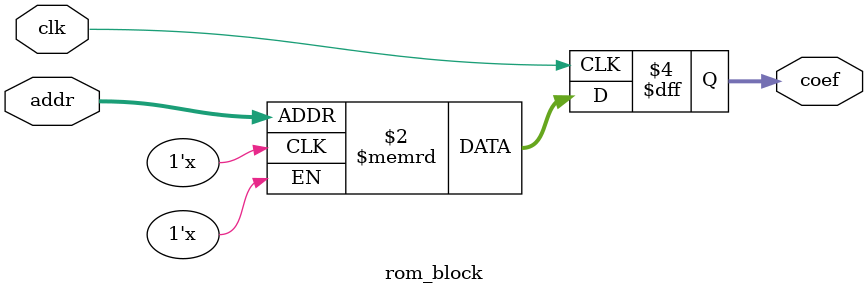
<source format=v>
module test (
	input              clk, // clock
	input  [     8:0] addr, // address
	output [8*10-1:0] coef  // values
);
	function [7:0] ascii_digit;
		input [3:0] value;
		begin
			ascii_digit = "0" + value;
		end
	endfunction

	genvar k;
	generate
		for (k = 0; k < 10; k = k + 1) begin:K
			rom_block #({"fc2_", ascii_digit(k), ".hex"}) m (clk, addr, coef[8*k+7:8*k]);
		end
	endgenerate
endmodule

module rom_block (
	input clk,             // clock
	input      [8:0] addr, // address
	output reg [7:0] coef  // values
);
	parameter hexfile = "";
	reg [7:0] romdata [0:511];

	initial
		if (hexfile) $readmemh(hexfile, romdata);

	always @(posedge clk)
		coef <= romdata[addr];
endmodule

</source>
